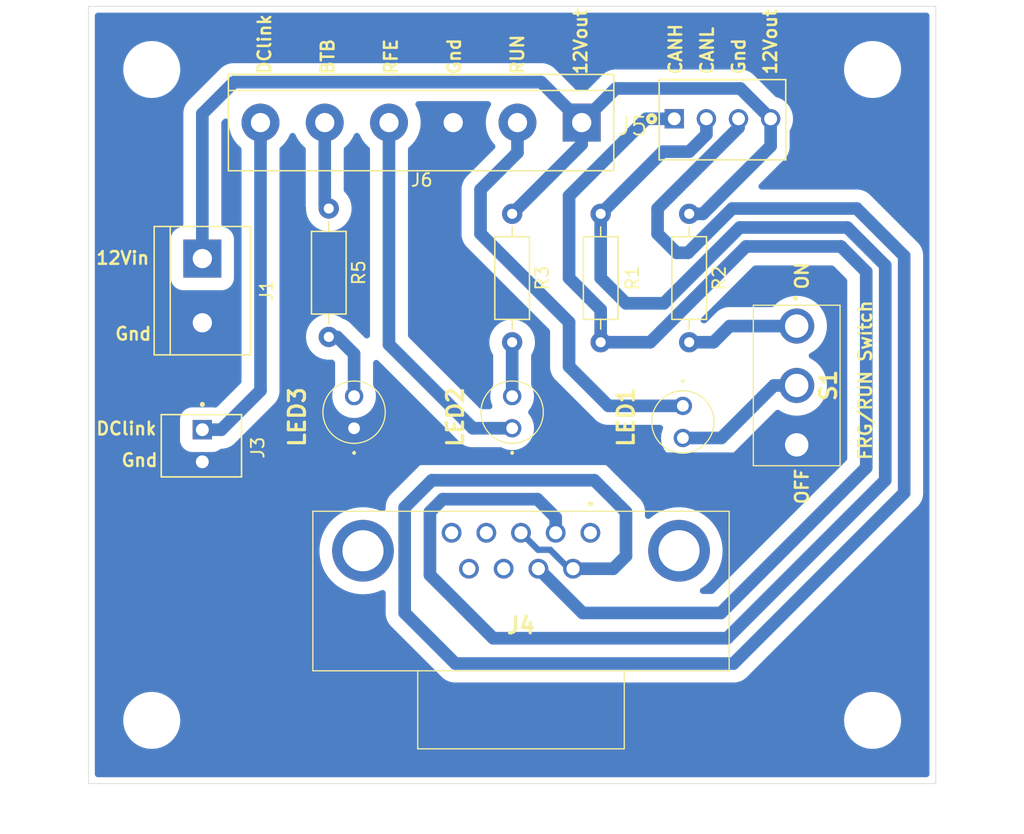
<source format=kicad_pcb>
(kicad_pcb (version 20241229) (generator "pcbnew") (generator_version "9.0")
  (layers (0 "F.Cu" signal) (2 "B.Cu" signal) (13 "F.Paste" user) (15 "B.Paste" user) (5 "F.SilkS" user "F.Silkscreen") (7 "B.SilkS" user "B.Silkscreen") (1 "F.Mask" user) (3 "B.Mask" user) (25 "Edge.Cuts" user))
  (net 0 "")
  (net 1 "/GNDLog")
  (net 2 "/RFE")
  (net 3 "GND")
  (net 4 "/FRG{slash}RUN")
  (net 5 "+12V")
  (net 6 "/BTB")
  (net 7 "/CANL")
  (net 8 "/CANH")
  (net 16 "Net-(LED1-A)")
  (net 17 "Net-(LED2-A)")
  (net 18 "Net-(LED3-A)")
  (net 19 "Net-(R2-Pad2)")
  (net 20 "/DC-link")
  (footprint "EPSA:4302H55V" (layer "F.Cu") (at 129.5 47.885 90)
    (property "Reference" "LED2" (at 0.885 -4.5 90) (layer "F.SilkS") (effects (font (size 1.27 1.27) (thickness 0.254))))
    (property "Value" "LED 5mm" (hide yes))
    (fp_line (start 3.735 0) (end 3.735 0) (stroke (width 0.1)) (layer "F.SilkS"))
    (fp_line (start -1.195 0) (end -1.195 0) (stroke (width 0.1)) (layer "F.SilkS"))
    (fp_line (start -1.9 0) (end -1.9 0) (stroke (width 0.2)) (layer "F.SilkS"))
    (fp_line (start -2 0) (end -2 0) (stroke (width 0.2)) (layer "F.SilkS"))
    (fp_line (start -2 0) (end -2 0) (stroke (width 0.2)) (layer "F.SilkS"))
    (fp_arc (start 3.735 0) (mid 1.27 2.465) (end -1.195 0) (stroke (width 0.1)) (layer "F.SilkS"))
    (fp_arc (start -1.195 0) (mid 1.27 -2.465) (end 3.735 0) (stroke (width 0.1)) (layer "F.SilkS"))
    (fp_arc (start -1.9 0) (mid -1.95 0.05) (end -2 0) (stroke (width 0.2)) (layer "F.SilkS"))
    (fp_arc (start -1.9 0) (mid -1.95 0.05) (end -2 0) (stroke (width 0.2)) (layer "F.SilkS"))
    (fp_arc (start -2 0) (mid -1.95 -0.05) (end -1.9 0) (stroke (width 0.2)) (layer "F.SilkS"))
    (pad "1" thru_hole circle (at 0 0 90) (size 1.447 1.447) (drill 0.93) (layers "*.Cu" "*.Mask") (net 2 "/RFE"))
    (pad "2" thru_hole circle (at 2.54 0 90) (size 1.447 1.447) (drill 0.93) (layers "*.Cu" "*.Mask") (net 17 "Net-(LED2-A)"))
  )
  (footprint "EPSA:4302H55V" (layer "F.Cu") (at 117 47.885 90)
    (property "Reference" "LED3" (at 0.885 -4.5 90) (layer "F.SilkS") (effects (font (size 1.27 1.27) (thickness 0.254))))
    (property "Value" "LED 5mm" (hide yes))
    (fp_line (start 3.735 0) (end 3.735 0) (stroke (width 0.1)) (layer "F.SilkS"))
    (fp_line (start -1.195 0) (end -1.195 0) (stroke (width 0.1)) (layer "F.SilkS"))
    (fp_line (start -1.9 0) (end -1.9 0) (stroke (width 0.2)) (layer "F.SilkS"))
    (fp_line (start -2 0) (end -2 0) (stroke (width 0.2)) (layer "F.SilkS"))
    (fp_line (start -2 0) (end -2 0) (stroke (width 0.2)) (layer "F.SilkS"))
    (fp_arc (start 3.735 0) (mid 1.27 2.465) (end -1.195 0) (stroke (width 0.1)) (layer "F.SilkS"))
    (fp_arc (start -1.195 0) (mid 1.27 -2.465) (end 3.735 0) (stroke (width 0.1)) (layer "F.SilkS"))
    (fp_arc (start -1.9 0) (mid -1.95 0.05) (end -2 0) (stroke (width 0.2)) (layer "F.SilkS"))
    (fp_arc (start -1.9 0) (mid -1.95 0.05) (end -2 0) (stroke (width 0.2)) (layer "F.SilkS"))
    (fp_arc (start -2 0) (mid -1.95 -0.05) (end -1.9 0) (stroke (width 0.2)) (layer "F.SilkS"))
    (pad "1" thru_hole circle (at 0 0 90) (size 1.447 1.447) (drill 0.93) (layers "*.Cu" "*.Mask") (net 3 "GND"))
    (pad "2" thru_hole circle (at 2.54 0 90) (size 1.447 1.447) (drill 0.93) (layers "*.Cu" "*.Mask") (net 18 "Net-(LED3-A)"))
  )
  (footprint "TerminalBlock:TerminalBlock_bornier-6_P5.08mm" (layer "F.Cu") (at 135 23.7 180)
    (property "Reference" "J6" (at 12.65 -4.55 0) (layer "F.SilkS"))
    (property "Value" "Screw_Terminal_01x06")
    (fp_line (start 27.94 3.81) (end 27.94 -3.81) (stroke (width 0.12)) (layer "F.SilkS"))
    (fp_line (start -2.54 3.81) (end 27.94 3.81) (stroke (width 0.12)) (layer "F.SilkS"))
    (fp_line (start -2.54 2.54) (end 27.94 2.54) (stroke (width 0.12)) (layer "F.SilkS"))
    (fp_line (start -2.54 -3.81) (end 27.94 -3.81) (stroke (width 0.12)) (layer "F.SilkS"))
    (fp_line (start -2.54 -3.81) (end -2.54 3.81) (stroke (width 0.12)) (layer "F.SilkS"))
    (pad "1" thru_hole rect (at 0 0 180) (size 3 3) (drill 1.52) (layers "*.Cu" "*.Mask") (net 5 "+12V"))
    (pad "2" thru_hole circle (at 5.08 0 180) (size 3 3) (drill 1.52) (layers "*.Cu" "*.Mask") (net 4 "/FRG{slash}RUN"))
    (pad "3" thru_hole circle (at 10.16 0 180) (size 3 3) (drill 1.52) (layers "*.Cu" "*.Mask") (net 3 "GND"))
    (pad "4" thru_hole circle (at 15.24 0 180) (size 3 3) (drill 1.52) (layers "*.Cu" "*.Mask") (net 2 "/RFE"))
    (pad "5" thru_hole circle (at 20.32 0 180) (size 3 3) (drill 1.52) (layers "*.Cu" "*.Mask") (net 6 "/BTB"))
    (pad "6" thru_hole circle (at 25.4 0 180) (size 3 3) (drill 1.52) (layers "*.Cu" "*.Mask") (net 20 "/DC-link"))
  )
  (footprint "Resistor_THT:R_Axial_DIN0207_L6.3mm_D2.5mm_P10.16mm_Horizontal" (layer "F.Cu") (at 129.5 30.92 -90)
    (property "Reference" "R3" (at 5.08 -2.37 90) (layer "F.SilkS"))
    (property "Value" "680")
    (fp_line (start 1.81 1.37) (end 8.35 1.37) (stroke (width 0.12)) (layer "F.SilkS"))
    (fp_line (start 8.35 1.37) (end 8.35 -1.37) (stroke (width 0.12)) (layer "F.SilkS"))
    (fp_line (start 1.04 0) (end 1.81 0) (stroke (width 0.12)) (layer "F.SilkS"))
    (fp_line (start 9.12 0) (end 8.35 0) (stroke (width 0.12)) (layer "F.SilkS"))
    (fp_line (start 1.81 -1.37) (end 1.81 1.37) (stroke (width 0.12)) (layer "F.SilkS"))
    (fp_line (start 8.35 -1.37) (end 1.81 -1.37) (stroke (width 0.12)) (layer "F.SilkS"))
    (pad "1" thru_hole circle (at 0 0 270) (size 1.6 1.6) (drill 0.8) (layers "*.Cu" "*.Mask") (net 5 "+12V"))
    (pad "2" thru_hole oval (at 10.16 0 270) (size 1.6 1.6) (drill 0.8) (layers "*.Cu" "*.Mask") (net 17 "Net-(LED2-A)"))
  )
  (footprint "MountingHole:MountingHole_4mm" (layer "F.Cu") (at 101 71)
    (property "Reference" "H2" (hide yes))
    (property "Value" "MountingHole")
    (pad "" np_thru_hole circle (at 0 0) (size 4 4) (drill 4) (layers "*.Cu" "*.Mask"))
  )
  (footprint "EPSA_lib:MOLEX_22-11-2022" (layer "F.Cu") (at 105 48 -90)
    (property "Reference" "J3" (at 1.425 -4.385 90) (layer "F.SilkS"))
    (property "Value" "2P Droit 22-11-2022")
    (fp_line (start -1.195 3.25) (end -1.195 -3.1) (stroke (width 0.127)) (layer "F.SilkS"))
    (fp_line (start 3.735 3.25) (end -1.195 3.25) (stroke (width 0.127)) (layer "F.SilkS"))
    (fp_line (start -1.195 -3.1) (end 3.735 -3.1) (stroke (width 0.127)) (layer "F.SilkS"))
    (fp_line (start 3.735 -3.1) (end 3.735 3.25) (stroke (width 0.127)) (layer "F.SilkS"))
    (fp_circle (center -2 0) (end -1.9 0) (stroke (width 0.2)) (fill no) (layer "F.SilkS"))
    (pad "1" thru_hole rect (at 0 0 270) (size 1.53 1.53) (drill 1.02) (layers "*.Cu" "*.Mask") (net 20 "/DC-link"))
    (pad "2" thru_hole circle (at 2.54 0 270) (size 1.53 1.53) (drill 1.02) (layers "*.Cu" "*.Mask") (net 3 "GND"))
  )
  (footprint "EPSA:4302H55V" (layer "F.Cu") (at 143 46.115 -90)
    (property "Reference" "LED1" (at 0.885 4.5 270) (layer "F.SilkS") (effects (font (size 1.27 1.27) (thickness 0.254))))
    (property "Value" "LED 5mm" (hide yes))
    (fp_line (start -2 0) (end -2 0) (stroke (width 0.2)) (layer "F.SilkS"))
    (fp_line (start -2 0) (end -2 0) (stroke (width 0.2)) (layer "F.SilkS"))
    (fp_line (start -1.9 0) (end -1.9 0) (stroke (width 0.2)) (layer "F.SilkS"))
    (fp_line (start -1.195 0) (end -1.195 0) (stroke (width 0.1)) (layer "F.SilkS"))
    (fp_line (start 3.735 0) (end 3.735 0) (stroke (width 0.1)) (layer "F.SilkS"))
    (fp_arc (start -2 0) (mid -1.95 -0.05) (end -1.9 0) (stroke (width 0.2)) (layer "F.SilkS"))
    (fp_arc (start -1.9 0) (mid -1.95 0.05) (end -2 0) (stroke (width 0.2)) (layer "F.SilkS"))
    (fp_arc (start -1.9 0) (mid -1.95 0.05) (end -2 0) (stroke (width 0.2)) (layer "F.SilkS"))
    (fp_arc (start -1.195 0) (mid 1.27 -2.465) (end 3.735 0) (stroke (width 0.1)) (layer "F.SilkS"))
    (fp_arc (start 3.735 0) (mid 1.27 2.465) (end -1.195 0) (stroke (width 0.1)) (layer "F.SilkS"))
    (pad "1" thru_hole circle (at 0 0 270) (size 1.447 1.447) (drill 0.93) (layers "*.Cu" "*.Mask") (net 4 "/FRG{slash}RUN"))
    (pad "2" thru_hole circle (at 2.54 0 270) (size 1.447 1.447) (drill 0.93) (layers "*.Cu" "*.Mask") (net 16 "Net-(LED1-A)"))
  )
  (footprint "Resistor_THT:R_Axial_DIN0207_L6.3mm_D2.5mm_P10.16mm_Horizontal" (layer "F.Cu") (at 143.5 30.92 -90)
    (property "Reference" "R2" (at 5.08 -2.37 90) (layer "F.SilkS"))
    (property "Value" "680")
    (fp_line (start 1.81 1.37) (end 8.35 1.37) (stroke (width 0.12)) (layer "F.SilkS"))
    (fp_line (start 8.35 1.37) (end 8.35 -1.37) (stroke (width 0.12)) (layer "F.SilkS"))
    (fp_line (start 1.04 0) (end 1.81 0) (stroke (width 0.12)) (layer "F.SilkS"))
    (fp_line (start 9.12 0) (end 8.35 0) (stroke (width 0.12)) (layer "F.SilkS"))
    (fp_line (start 1.81 -1.37) (end 1.81 1.37) (stroke (width 0.12)) (layer "F.SilkS"))
    (fp_line (start 8.35 -1.37) (end 1.81 -1.37) (stroke (width 0.12)) (layer "F.SilkS"))
    (pad "1" thru_hole circle (at 0 0 270) (size 1.6 1.6) (drill 0.8) (layers "*.Cu" "*.Mask") (net 5 "+12V"))
    (pad "2" thru_hole oval (at 10.16 0 270) (size 1.6 1.6) (drill 0.8) (layers "*.Cu" "*.Mask") (net 19 "Net-(R2-Pad2)"))
  )
  (footprint "MountingHole:MountingHole_4mm" (layer "F.Cu") (at 101 19.5)
    (property "Reference" "H1" (hide yes))
    (property "Value" "MountingHole")
    (pad "" np_thru_hole circle (at 0 0) (size 4 4) (drill 4) (layers "*.Cu" "*.Mask"))
  )
  (footprint "Resistor_THT:R_Axial_DIN0207_L6.3mm_D2.5mm_P10.16mm_Horizontal" (layer "F.Cu") (at 115 30.5 -90)
    (property "Reference" "R5" (at 5.08 -2.37 90) (layer "F.SilkS"))
    (property "Value" "680" (hide yes))
    (fp_line (start 1.81 1.37) (end 8.35 1.37) (stroke (width 0.12)) (layer "F.SilkS"))
    (fp_line (start 8.35 1.37) (end 8.35 -1.37) (stroke (width 0.12)) (layer "F.SilkS"))
    (fp_line (start 1.04 0) (end 1.81 0) (stroke (width 0.12)) (layer "F.SilkS"))
    (fp_line (start 9.12 0) (end 8.35 0) (stroke (width 0.12)) (layer "F.SilkS"))
    (fp_line (start 1.81 -1.37) (end 1.81 1.37) (stroke (width 0.12)) (layer "F.SilkS"))
    (fp_line (start 8.35 -1.37) (end 1.81 -1.37) (stroke (width 0.12)) (layer "F.SilkS"))
    (pad "1" thru_hole circle (at 0 0 270) (size 1.6 1.6) (drill 0.8) (layers "*.Cu" "*.Mask") (net 6 "/BTB"))
    (pad "2" thru_hole oval (at 10.16 0 270) (size 1.6 1.6) (drill 0.8) (layers "*.Cu" "*.Mask") (net 18 "Net-(LED3-A)"))
  )
  (footprint "MountingHole:MountingHole_4mm" (layer "F.Cu") (at 158 19.5)
    (property "Reference" "H3" (hide yes))
    (property "Value" "MountingHole")
    (pad "" np_thru_hole circle (at 0 0) (size 4 4) (drill 4) (layers "*.Cu" "*.Mask"))
  )
  (footprint "EPSA_lib:MOLEX_22-11-2042" (layer "F.Cu") (at 146.13 23.4)
    (property "Reference" "J5" (at -7.13 0.6 0) (layer "F.SilkS") (effects (font (size 1.401008 1.401008))))
    (property "Value" "4P Droit 22-11-2042")
    (fp_line (start -5.005 -3.1) (end 5.005 -3.1) (stroke (width 0.127)) (layer "F.SilkS"))
    (fp_line (start -5.005 3.25) (end -5.005 -3.1) (stroke (width 0.127)) (layer "F.SilkS"))
    (fp_line (start 5.005 -3.1) (end 5.005 3.25) (stroke (width 0.127)) (layer "F.SilkS"))
    (fp_line (start 5.005 3.25) (end -5.005 3.25) (stroke (width 0.127)) (layer "F.SilkS"))
    (fp_circle (center -5.6 0) (end -5.458581 0) (stroke (width 0.3)) (fill no) (layer "F.SilkS"))
    (pad "1" thru_hole rect (at -3.81 0) (size 1.53 1.53) (drill 1.02) (layers "*.Cu" "*.Mask") (net 8 "/CANH"))
    (pad "2" thru_hole circle (at -1.27 0) (size 1.53 1.53) (drill 1.02) (layers "*.Cu" "*.Mask") (net 7 "/CANL"))
    (pad "3" thru_hole circle (at 1.27 0) (size 1.53 1.53) (drill 1.02) (layers "*.Cu" "*.Mask") (net 1 "/GNDLog"))
    (pad "4" thru_hole circle (at 3.81 0) (size 1.53 1.53) (drill 1.02) (layers "*.Cu" "*.Mask") (net 5 "+12V"))
  )
  (footprint "Resistor_THT:R_Axial_DIN0207_L6.3mm_D2.5mm_P10.16mm_Horizontal" (layer "F.Cu") (at 136.5 41.08 90)
    (property "Reference" "R1" (at 5.08 2.5 270) (layer "F.SilkS"))
    (property "Value" "120" (hide yes))
    (fp_line (start 8.35 -1.37) (end 1.81 -1.37) (stroke (width 0.12)) (layer "F.SilkS"))
    (fp_line (start 1.81 -1.37) (end 1.81 1.37) (stroke (width 0.12)) (layer "F.SilkS"))
    (fp_line (start 9.12 0) (end 8.35 0) (stroke (width 0.12)) (layer "F.SilkS"))
    (fp_line (start 1.04 0) (end 1.81 0) (stroke (width 0.12)) (layer "F.SilkS"))
    (fp_line (start 8.35 1.37) (end 8.35 -1.37) (stroke (width 0.12)) (layer "F.SilkS"))
    (fp_line (start 1.81 1.37) (end 8.35 1.37) (stroke (width 0.12)) (layer "F.SilkS"))
    (pad "1" thru_hole circle (at 0 0 90) (size 1.6 1.6) (drill 0.8) (layers "*.Cu" "*.Mask") (net 8 "/CANH"))
    (pad "2" thru_hole oval (at 10.16 0 90) (size 1.6 1.6) (drill 0.8) (layers "*.Cu" "*.Mask") (net 7 "/CANL"))
  )
  (footprint "TerminalBlock:TerminalBlock_bornier-2_P5.08mm" (layer "F.Cu") (at 105 34.46 -90)
    (property "Reference" "J1" (at 2.54 -5.08 90) (layer "F.SilkS"))
    (property "Value" "Screw_Terminal_01x02")
    (fp_line (start -2.54 3.81) (end 7.62 3.81) (stroke (width 0.12)) (layer "F.SilkS"))
    (fp_line (start 7.62 3.81) (end 7.62 -3.81) (stroke (width 0.12)) (layer "F.SilkS"))
    (fp_line (start 7.62 2.54) (end -2.54 2.54) (stroke (width 0.12)) (layer "F.SilkS"))
    (fp_line (start -2.54 -3.81) (end -2.54 3.81) (stroke (width 0.12)) (layer "F.SilkS"))
    (fp_line (start 7.62 -3.81) (end -2.54 -3.81) (stroke (width 0.12)) (layer "F.SilkS"))
    (pad "1" thru_hole rect (at 0 0 270) (size 3 3) (drill 1.52) (layers "*.Cu" "*.Mask") (net 5 "+12V"))
    (pad "2" thru_hole circle (at 5.08 0 270) (size 3 3) (drill 1.52) (layers "*.Cu" "*.Mask") (net 3 "GND"))
  )
  (footprint "EPSA:57478446" (layer "F.Cu") (at 130.2 63.499)
    (property "Reference" "J4" (at 0 0 0) (layer "F.SilkS") (effects (font (size 1.27 1.27) (thickness 0.254))))
    (property "Value" "Connecteur Pcan 5747844-6" (hide yes))
    (fp_line (start -16.459 -9.046) (end 16.459 -9.046) (stroke (width 0.1)) (layer "F.SilkS"))
    (fp_line (start -16.459 3.578) (end -16.459 -9.046) (stroke (width 0.1)) (layer "F.SilkS"))
    (fp_line (start -8.166 3.578) (end -8.166 9.75) (stroke (width 0.1)) (layer "F.SilkS"))
    (fp_line (start -8.166 9.75) (end 8.166 9.75) (stroke (width 0.1)) (layer "F.SilkS"))
    (fp_line (start 5.4 -9.65) (end 5.4 -9.65) (stroke (width 0.2)) (layer "F.SilkS"))
    (fp_line (start 5.6 -9.65) (end 5.6 -9.65) (stroke (width 0.2)) (layer "F.SilkS"))
    (fp_line (start 8.166 9.75) (end 8.166 3.578) (stroke (width 0.1)) (layer "F.SilkS"))
    (fp_line (start 16.459 -9.046) (end 16.459 3.578) (stroke (width 0.1)) (layer "F.SilkS"))
    (fp_line (start 16.459 3.578) (end -16.459 3.578) (stroke (width 0.1)) (layer "F.SilkS"))
    (fp_arc (start 5.4 -9.65) (mid 5.5 -9.75) (end 5.6 -9.65) (stroke (width 0.2)) (layer "F.SilkS"))
    (fp_arc (start 5.6 -9.65) (mid 5.5 -9.55) (end 5.4 -9.65) (stroke (width 0.2)) (layer "F.SilkS"))
    (pad "1" thru_hole circle (at 5.486 -7.344) (size 1.5621 1.5621) (drill 1.0414) (layers "*.Cu" "*.Mask"))
    (pad "2" thru_hole circle (at 2.743 -7.344) (size 1.5621 1.5621) (drill 1.0414) (layers "*.Cu" "*.Mask") (net 7 "/CANL"))
    (pad "3" thru_hole circle (at 0 -7.344) (size 1.5621 1.5621) (drill 1.0414) (layers "*.Cu" "*.Mask") (net 1 "/GNDLog"))
    (pad "4" thru_hole circle (at -2.743 -7.344) (size 1.5621 1.5621) (drill 1.0414) (layers "*.Cu" "*.Mask"))
    (pad "5" thru_hole circle (at -5.486 -7.344) (size 1.5621 1.5621) (drill 1.0414) (layers "*.Cu" "*.Mask"))
    (pad "6" thru_hole circle (at 4.115 -4.499) (size 1.5621 1.5621) (drill 1.0414) (layers "*.Cu" "*.Mask") (net 1 "/GNDLog"))
    (pad "7" thru_hole circle (at 1.372 -4.499) (size 1.5621 1.5621) (drill 1.0414) (layers "*.Cu" "*.Mask") (net 8 "/CANH"))
    (pad "8" thru_hole circle (at -1.372 -4.499) (size 1.5621 1.5621) (drill 1.0414) (layers "*.Cu" "*.Mask"))
    (pad "9" thru_hole circle (at -4.115 -4.499) (size 1.5621 1.5621) (drill 1.0414) (layers "*.Cu" "*.Mask"))
    (pad "10" thru_hole circle (at -12.497 -5.921) (size 4.8768 4.8768) (drill 3.2512) (layers "*.Cu" "*.Mask"))
    (pad "11" thru_hole circle (at 12.497 -5.921) (size 4.8768 4.8768) (drill 3.2512) (layers "*.Cu" "*.Mask"))
  )
  (footprint "EPSA:100SP1T1B4M2QE" (layer "F.Cu") (at 152 44.5 -90)
    (property "Reference" "S1" (at 0 -2.5 270) (layer "F.SilkS") (effects (font (size 1.27 1.27) (thickness 0.254))))
    (property "Value" "100SP1T1B4M2QE" (hide yes))
    (fp_line (start -6.35 3.43) (end -6.35 -3.43) (stroke (width 0.1)) (layer "F.SilkS"))
    (fp_line (start 6.35 3.43) (end -6.35 3.43) (stroke (width 0.1)) (layer "F.SilkS"))
    (fp_line (start -6.9 0.2) (end -6.9 0.2) (stroke (width 0.2)) (layer "F.SilkS"))
    (fp_line (start -6.9 0) (end -6.9 0) (stroke (width 0.2)) (layer "F.SilkS"))
    (fp_line (start -6.35 -3.43) (end 6.35 -3.43) (stroke (width 0.1)) (layer "F.SilkS"))
    (fp_line (start 6.35 -3.43) (end 6.35 3.43) (stroke (width 0.1)) (layer "F.SilkS"))
    (fp_arc (start -6.9 0.2) (mid -7 0.1) (end -6.9 0) (stroke (width 0.2)) (layer "F.SilkS"))
    (fp_arc (start -6.9 0) (mid -6.8 0.1) (end -6.9 0.2) (stroke (width 0.2)) (layer "F.SilkS"))
    (pad "1" thru_hole circle (at -4.7 0 270) (size 2.775 2.775) (drill 1.85) (layers "*.Cu" "*.Mask") (net 19 "Net-(R2-Pad2)"))
    (pad "2" thru_hole circle (at 0 0 270) (size 2.775 2.775) (drill 1.85) (layers "*.Cu" "*.Mask") (net 16 "Net-(LED1-A)"))
    (pad "3" thru_hole circle (at 4.7 0 270) (size 2.775 2.775) (drill 1.85) (layers "*.Cu" "*.Mask") (net 3 "GND"))
  )
  (footprint "MountingHole:MountingHole_4mm" (layer "F.Cu") (at 158 71)
    (property "Reference" "H4" (hide yes))
    (property "Value" "MountingHole")
    (pad "" np_thru_hole circle (at 0 0) (size 4 4) (drill 4) (layers "*.Cu" "*.Mask"))
  )
  (gr_line (start 163 21) (end 163 14.5) (stroke (width 0.05)) (layer "Edge.Cuts"))
  (gr_line (start 96 14.5) (end 96 16) (stroke (width 0.05)) (layer "Edge.Cuts"))
  (gr_line (start 96 16) (end 96 76) (stroke (width 0.05)) (layer "Edge.Cuts"))
  (gr_line (start 163 76) (end 163 21) (stroke (width 0.05)) (layer "Edge.Cuts"))
  (gr_line (start 96 76) (end 163 76) (stroke (width 0.05)) (layer "Edge.Cuts"))
  (gr_line (start 96.5 14.5) (end 96 14.5) (stroke (width 0.05)) (layer "Edge.Cuts"))
  (gr_line (start 163 14.5) (end 96.5 14.5) (stroke (width 0.05)) (layer "Edge.Cuts"))
  (gr_text "RFE" (at 120.5 20 90) (layer "F.SilkS") (effects (font (size 1 1) (thickness 0.2) (bold yes)) (justify left bottom)))
  (gr_text "12Vout" (at 150.5 20 90) (layer "F.SilkS") (effects (font (size 1 1) (thickness 0.2) (bold yes)) (justify left bottom)))
  (gr_text "12Vin" (at 96.5 35 0) (layer "F.SilkS") (effects (font (size 1 1) (thickness 0.2) (bold yes)) (justify left bottom)))
  (gr_text "12Vout" (at 135.5 20 90) (layer "F.SilkS") (effects (font (size 1 1) (thickness 0.2) (bold yes)) (justify left bottom)))
  (gr_text "RUN" (at 130.5 20 90) (layer "F.SilkS") (effects (font (size 1 1) (thickness 0.2) (bold yes)) (justify left bottom)))
  (gr_text "ON" (at 153 37 90) (layer "F.SilkS") (effects (font (size 1 1) (thickness 0.2) (bold yes)) (justify left bottom)))
  (gr_text "DClink" (at 110.5 20 90) (layer "F.SilkS") (effects (font (size 1 1) (thickness 0.2) (bold yes)) (justify left bottom)))
  (gr_text "CANH" (at 143 20 90) (layer "F.SilkS") (effects (font (size 1 1) (thickness 0.2) (bold yes)) (justify left bottom)))
  (gr_text "DClink" (at 96.5 48.5 0) (layer "F.SilkS") (effects (font (size 1 1) (thickness 0.2) (bold yes)) (justify left bottom)))
  (gr_text "Gnd\n" (at 98 41 0) (layer "F.SilkS") (effects (font (size 1 1) (thickness 0.2) (bold yes)) (justify left bottom)))
  (gr_text "BTB" (at 115.5 20 90) (layer "F.SilkS") (effects (font (size 1 1) (thickness 0.2) (bold yes)) (justify left bottom)))
  (gr_text "CANL" (at 145.5 20 90) (layer "F.SilkS") (effects (font (size 1 1) (thickness 0.2) (bold yes)) (justify left bottom)))
  (gr_text "FRG/RUN Switch" (at 158 50.5 90) (layer "F.SilkS") (effects (font (size 1 1) (thickness 0.2) (bold yes)) (justify left bottom)))
  (gr_text "Gnd\n" (at 98.5 51 0) (layer "F.SilkS") (effects (font (size 1 1) (thickness 0.2) (bold yes)) (justify left bottom)))
  (gr_text "Gnd" (at 125.5 20 90) (layer "F.SilkS") (effects (font (size 1 1) (thickness 0.2) (bold yes)) (justify left bottom)))
  (gr_text "Gnd" (at 148 20 90) (layer "F.SilkS") (effects (font (size 1 1) (thickness 0.2) (bold yes)) (justify left bottom)))
  (gr_text "OFF" (at 153 54 90) (layer "F.SilkS") (effects (font (size 1 1) (thickness 0.2) (bold yes)) (justify left bottom)))
  (segment (start 141 30.5) (end 141 32.5) (width 1) (layer "B.Cu") (net 1))
  (segment (start 147.4 24.1) (end 141 30.5) (width 1) (layer "B.Cu") (net 1))
  (segment (start 156.75 30.5) (end 160.5 34.25) (width 1) (layer "B.Cu") (net 1))
  (segment (start 131.545 57.5) (end 132.5 57.5) (width 0.5) (layer "B.Cu") (net 1))
  (segment (start 123.151472 52) (end 136 52) (width 1) (layer "B.Cu") (net 1))
  (segment (start 143.400765 34) (end 146.900765 30.5) (width 1) (layer "B.Cu") (net 1))
  (segment (start 121 62.5) (end 121 54.151472) (width 1) (layer "B.Cu") (net 1))
  (segment (start 147 66.5) (end 125 66.5) (width 1) (layer "B.Cu") (net 1))
  (segment (start 147.4 23.4) (end 147.4 24.1) (width 1) (layer "B.Cu") (net 1))
  (segment (start 132.5 57.5) (end 134 59) (width 0.5) (layer "B.Cu") (net 1))
  (segment (start 138.5 54.5) (end 138.5 58) (width 1) (layer "B.Cu") (net 1))
  (segment (start 137.5 59) (end 134.315 59) (width 1) (layer "B.Cu") (net 1))
  (segment (start 121 54.151472) (end 123.151472 52) (width 1) (layer "B.Cu") (net 1))
  (segment (start 125 66.5) (end 121 62.5) (width 1) (layer "B.Cu") (net 1))
  (segment (start 160.5 34.25) (end 160.5 53) (width 1) (layer "B.Cu") (net 1))
  (segment (start 146.900765 30.5) (end 156.75 30.5) (width 1) (layer "B.Cu") (net 1))
  (segment (start 138.5 58) (end 137.5 59) (width 1) (layer "B.Cu") (net 1))
  (segment (start 134 59) (end 134.315 59) (width 0.5) (layer "B.Cu") (net 1))
  (segment (start 160.5 53) (end 147 66.5) (width 1) (layer "B.Cu") (net 1))
  (segment (start 142.5 34) (end 143.400765 34) (width 1) (layer "B.Cu") (net 1))
  (segment (start 130.2 56.155) (end 131.545 57.5) (width 0.5) (layer "B.Cu") (net 1))
  (segment (start 136 52) (end 138.5 54.5) (width 1) (layer "B.Cu") (net 1))
  (segment (start 141 32.5) (end 142.5 34) (width 1) (layer "B.Cu") (net 1))
  (segment (start 126.385 47.885) (end 129.5 47.885) (width 1) (layer "B.Cu") (net 2))
  (segment (start 119.76 23.7) (end 119.76 41.26) (width 1) (layer "B.Cu") (net 2))
  (segment (start 119.76 41.26) (end 126.385 47.885) (width 1) (layer "B.Cu") (net 2))
  (segment (start 150.900999 50.299001) (end 152 49.2) (width 1) (layer "B.Cu") (net 3))
  (segment (start 119.414001 50.299001) (end 150.900999 50.299001) (width 1) (layer "B.Cu") (net 3))
  (segment (start 117 47.885) (end 119.414001 50.299001) (width 1) (layer "B.Cu") (net 3))
  (segment (start 137.115 46.115) (end 143 46.115) (width 1) (layer "B.Cu") (net 4))
  (segment (start 129.92 23.7) (end 129.92 26.08) (width 1) (layer "B.Cu") (net 4))
  (segment (start 134 43) (end 137.115 46.115) (width 1) (layer "B.Cu") (net 4))
  (segment (start 129.92 26.08) (end 127 29) (width 1) (layer "B.Cu") (net 4))
  (segment (start 127 29) (end 127 32.5) (width 1) (layer "B.Cu") (net 4))
  (segment (start 134 39.5) (end 134 43) (width 1) (layer "B.Cu") (net 4))
  (segment (start 127 32.5) (end 134 39.5) (width 1) (layer "B.Cu") (net 4))
  (segment (start 135 23.7) (end 137.7 21) (width 1) (layer "B.Cu") (net 5))
  (segment (start 137.7 21) (end 147.54 21) (width 1) (layer "B.Cu") (net 5))
  (segment (start 147.54 21) (end 149.94 23.4) (width 1) (layer "B.Cu") (net 5))
  (segment (start 131.8 20.5) (end 107.5 20.5) (width 1) (layer "B.Cu") (net 5))
  (segment (start 135 25.42) (end 129.5 30.92) (width 1) (layer "B.Cu") (net 5))
  (segment (start 135 23.7) (end 131.8 20.5) (width 1) (layer "B.Cu") (net 5))
  (segment (start 105 23) (end 105 34.46) (width 1) (layer "B.Cu") (net 5))
  (segment (start 107.5 20.5) (end 105 23) (width 1) (layer "B.Cu") (net 5))
  (segment (start 135 23.7) (end 135 25.42) (width 1) (layer "B.Cu") (net 5))
  (segment (start 149.94 25.56) (end 144.58 30.92) (width 1) (layer "B.Cu") (net 5))
  (segment (start 149.94 23.4) (end 149.94 25.56) (width 1) (layer "B.Cu") (net 5))
  (segment (start 144.58 30.92) (end 143.5 30.92) (width 1) (layer "B.Cu") (net 5))
  (segment (start 113.74 23.5) (end 113.84 23.6) (width 1) (layer "B.Cu") (net 6))
  (segment (start 114.68 23.7) (end 114.68 30.18) (width 1) (layer "B.Cu") (net 6))
  (segment (start 114.68 30.18) (end 115 30.5) (width 1) (layer "B.Cu") (net 6))
  (segment (start 136.5 36) (end 138.5 38) (width 1) (layer "B.Cu") (net 7))
  (segment (start 147.5 32) (end 156 32) (width 1) (layer "B.Cu") (net 7))
  (segment (start 143.5 26) (end 144.86 24.64) (width 1) (layer "B.Cu") (net 7))
  (segment (start 136.5 30.92) (end 136.5 36) (width 1) (layer "B.Cu") (net 7))
  (segment (start 159 35) (end 159 52) (width 1) (layer "B.Cu") (net 7))
  (segment (start 141.42 26) (end 143.5 26) (width 1) (layer "B.Cu") (net 7))
  (segment (start 136.5 30.92) (end 141.42 26) (width 1) (layer "B.Cu") (net 7))
  (segment (start 123 54.5) (end 124 53.5) (width 1) (layer "B.Cu") (net 7))
  (segment (start 124 53.5) (end 131.5 53.5) (width 1) (layer "B.Cu") (net 7))
  (segment (start 141.5 38) (end 147.5 32) (width 1) (layer "B.Cu") (net 7))
  (segment (start 144.86 24.64) (end 144.86 23.4) (width 1) (layer "B.Cu") (net 7))
  (segment (start 131.5 53.5) (end 132.943 54.943) (width 1) (layer "B.Cu") (net 7))
  (segment (start 146.5 64.5) (end 128 64.5) (width 1) (layer "B.Cu") (net 7))
  (segment (start 138.5 38) (end 141.5 38) (width 1) (layer "B.Cu") (net 7))
  (segment (start 123 59.5) (end 123 54.5) (width 1) (layer "B.Cu") (net 7))
  (segment (start 156 32) (end 159 35) (width 1) (layer "B.Cu") (net 7))
  (segment (start 159 52) (end 146.5 64.5) (width 1) (layer "B.Cu") (net 7))
  (segment (start 128 64.5) (end 123 59.5) (width 1) (layer "B.Cu") (net 7))
  (segment (start 132.943 54.943) (end 132.943 56.155) (width 1) (layer "B.Cu") (net 7))
  (segment (start 134 36) (end 136.5 38.5) (width 1) (layer "B.Cu") (net 8))
  (segment (start 134 29.5) (end 134 36) (width 1) (layer "B.Cu") (net 8))
  (segment (start 155.5 33.5) (end 157.5 35.5) (width 1) (layer "B.Cu") (net 8))
  (segment (start 140.1 23.4) (end 134 29.5) (width 1) (layer "B.Cu") (net 8))
  (segment (start 148 33.5) (end 155.5 33.5) (width 1) (layer "B.Cu") (net 8))
  (segment (start 157.5 51) (end 146 62.5) (width 1) (layer "B.Cu") (net 8))
  (segment (start 142.32 23.4) (end 140.1 23.4) (width 1) (layer "B.Cu") (net 8))
  (segment (start 146 62.5) (end 135.072 62.5) (width 1) (layer "B.Cu") (net 8))
  (segment (start 157.5 35.5) (end 157.5 51) (width 1) (layer "B.Cu") (net 8))
  (segment (start 135.072 62.5) (end 131.572 59) (width 1) (layer "B.Cu") (net 8))
  (segment (start 136.5 38.5) (end 136.5 41.08) (width 1) (layer "B.Cu") (net 8))
  (segment (start 140.42 41.08) (end 148 33.5) (width 1) (layer "B.Cu") (net 8))
  (segment (start 136.5 41.08) (end 140.42 41.08) (width 1) (layer "B.Cu") (net 8))
  (segment (start 143 48.655) (end 146.045 48.655) (width 1) (layer "B.Cu") (net 16))
  (segment (start 150.2 44.5) (end 152 44.5) (width 1) (layer "B.Cu") (net 16))
  (segment (start 146.045 48.655) (end 150.2 44.5) (width 1) (layer "B.Cu") (net 16))
  (segment (start 129.5 41.08) (end 129.5 45.345) (width 1) (layer "B.Cu") (net 17))
  (segment (start 115 40.66) (end 115.66 40.66) (width 1) (layer "B.Cu") (net 18))
  (segment (start 117 42) (end 117 45.345) (width 1) (layer "B.Cu") (net 18))
  (segment (start 115.66 40.66) (end 117 42) (width 1) (layer "B.Cu") (net 18))
  (segment (start 143.5 41.08) (end 145.42 41.08) (width 1) (layer "B.Cu") (net 19))
  (segment (start 146.7 39.8) (end 152 39.8) (width 1) (layer "B.Cu") (net 19))
  (segment (start 145.42 41.08) (end 146.7 39.8) (width 1) (layer "B.Cu") (net 19))
  (segment (start 109.6 44.9) (end 106.5 48) (width 1) (layer "B.Cu") (net 20))
  (segment (start 106.5 48) (end 105 48) (width 1) (layer "B.Cu") (net 20))
  (segment (start 109.6 23.7) (end 109.6 44.9) (width 1) (layer "B.Cu") (net 20))
  (zone (net 3) (net_name "GND") (layer "B.Cu") (connect_pads yes (clearance 1)) (min_thickness 0.5) (fill yes (thermal_gap 0.5) (thermal_bridge_width 0.5))
    (polygon (pts (xy 170 14) (xy 170 80) (xy 89 80) (xy 89 14)))
  )
)
</source>
